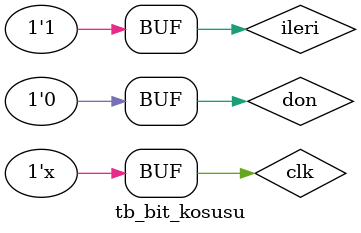
<source format=v>
`timescale 1ns / 1ps


module tb_bit_kosusu(

    );
    reg clk=0;
    reg ileri;
    reg don;
    wire [1:0] bolge;
    wire [7:0]x;
    wire [7:0]y;
    wire bitti_mi;
    
    bit_kosusu tb(clk,ileri,don,bolge,x,y,bitti_mi);
    
    always begin
    clk = ~clk;
    #5;
    end
    
    initial begin
    don=1;
    
    ileri=1;
    #100;
    ileri=0;
    don=1;
    #10;
    
    ileri=1;
    #100;
    ileri=0;
    don=1;
    #10;
    
    ileri=1;
    #100;
    ileri=0;
    don=1;
    #10;
    
    ileri=1;
    #200;
    ileri=0;
    don=0;
    #10;
    
    ileri=1;
    #90;
    
    
   
    
    
    end
endmodule

</source>
